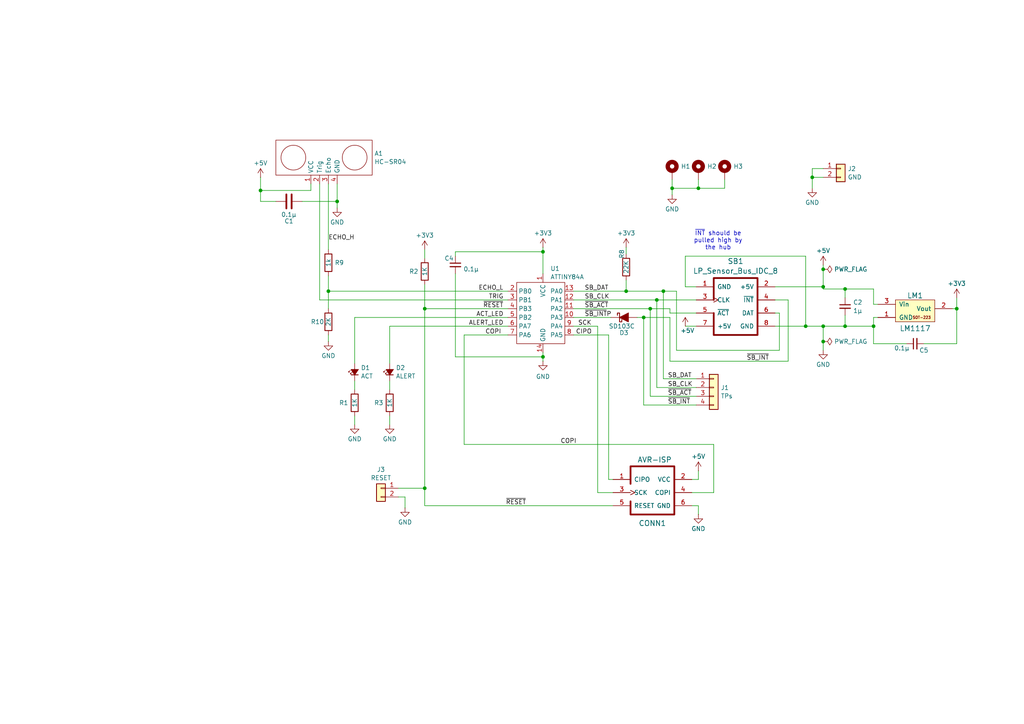
<source format=kicad_sch>
(kicad_sch (version 20250114) (generator "eeschema") (generator_version "9.0")
  (paper "A4")
  (title_block (title "Sensor Bus - HC-SR04 ultrasonic range sensor") (date "2025-08-24") (rev "A1") (company "Machina Speculatrix"))
  (lib_symbols
    (symbol "Connector_Generic:Conn_01x02" (pin_names (offset 1.016) (hide yes))
      (property "Reference" "J" (at 0 2.54 0))
      (property "Value" "Conn_01x02" (at 0 -5.08 0))
      (symbol "Conn_01x02_1_1"
        (rectangle (start -1.27 1.27) (end 1.27 -3.81) (stroke (width 0.254)) (fill (type background)))
        (rectangle (start -1.27 0.127) (end 0 -0.127) (stroke (width 0.1524)))
        (rectangle (start -1.27 -2.413) (end 0 -2.667) (stroke (width 0.1524)))
        (pin passive line (at -5.08 0 0) (length 3.81) (name "Pin_1") (number "1"))
        (pin passive line (at -5.08 -2.54 0) (length 3.81) (name "Pin_2") (number "2"))
      )
    )
    (symbol "Connector_Generic:Conn_01x04" (pin_names (offset 1.016) (hide yes))
      (property "Reference" "J" (at 0 5.08 0))
      (property "Value" "Conn_01x04" (at 0 -7.62 0))
      (symbol "Conn_01x04_1_1"
        (rectangle (start -1.27 3.81) (end 1.27 -6.35) (stroke (width 0.254)) (fill (type background)))
        (rectangle (start -1.27 2.667) (end 0 2.413) (stroke (width 0.1524)))
        (rectangle (start -1.27 0.127) (end 0 -0.127) (stroke (width 0.1524)))
        (rectangle (start -1.27 -2.413) (end 0 -2.667) (stroke (width 0.1524)))
        (rectangle (start -1.27 -4.953) (end 0 -5.207) (stroke (width 0.1524)))
        (pin passive line (at -5.08 2.54 0) (length 3.81) (name "Pin_1") (number "1"))
        (pin passive line (at -5.08 0 0) (length 3.81) (name "Pin_2") (number "2"))
        (pin passive line (at -5.08 -2.54 0) (length 3.81) (name "Pin_3") (number "3"))
        (pin passive line (at -5.08 -5.08 0) (length 3.81) (name "Pin_4") (number "4"))
      )
    )
    (symbol "Device:C" (pin_numbers (hide yes)) (pin_names (offset 0.254))
      (property "Reference" "C" (at 0.635 2.54 0))
      (property "Value" "C" (at 0.635 -2.54 0))
      (symbol "C_0_1"
        (polyline (pts (xy -2.032 0.762) (xy 2.032 0.762)) (stroke (width 0.508)))
        (polyline (pts (xy -2.032 -0.762) (xy 2.032 -0.762)) (stroke (width 0.508)))
      )
      (symbol "C_1_1"
        (pin passive line (at 0 3.81 270) (length 2.794) (name "~") (number "1"))
        (pin passive line (at 0 -3.81 90) (length 2.794) (name "~") (number "2"))
      )
    )
    (symbol "Device:C_Small" (pin_numbers (hide yes)) (pin_names (offset 0.254) (hide yes))
      (property "Reference" "C" (at 0.254 1.778 0))
      (property "Value" "C_Small" (at 0.254 -2.032 0))
      (symbol "C_Small_0_1"
        (polyline (pts (xy -1.524 0.508) (xy 1.524 0.508)) (stroke (width 0.3048)))
        (polyline (pts (xy -1.524 -0.508) (xy 1.524 -0.508)) (stroke (width 0.3302)))
      )
      (symbol "C_Small_1_1"
        (pin passive line (at 0 2.54 270) (length 2.032) (name "~") (number "1"))
        (pin passive line (at 0 -2.54 90) (length 2.032) (name "~") (number "2"))
      )
    )
    (symbol "Device:D_Schottky_Filled" (pin_numbers (hide yes)) (pin_names (offset 1.016) (hide yes))
      (property "Reference" "D" (at 0 2.54 0))
      (property "Value" "D_Schottky_Filled" (at 0 -2.54 0))
      (symbol "D_Schottky_Filled_0_1"
        (polyline (pts (xy -1.905 0.635) (xy -1.905 1.27) (xy -1.27 1.27) (xy -1.27 -1.27) (xy -0.635 -1.27) (xy -0.635 -0.635)) (stroke (width 0.254)))
        (polyline (pts (xy 1.27 1.27) (xy 1.27 -1.27) (xy -1.27 0) (xy 1.27 1.27)) (stroke (width 0.254)) (fill (type outline)))
        (polyline (pts (xy 1.27 0) (xy -1.27 0)))
      )
      (symbol "D_Schottky_Filled_1_1"
        (pin passive line (at -3.81 0 0) (length 2.54) (name "K") (number "1"))
        (pin passive line (at 3.81 0 180) (length 2.54) (name "A") (number "2"))
      )
    )
    (symbol "Device:LED_Small_Filled" (pin_numbers (hide yes)) (pin_names (offset 0.254) (hide yes))
      (property "Reference" "D" (at -1.27 3.175 0))
      (property "Value" "LED_Small_Filled" (at -4.445 -2.54 0))
      (symbol "LED_Small_Filled_0_1"
        (polyline (pts (xy -0.762 -1.016) (xy -0.762 1.016)) (stroke (width 0.254)))
        (polyline (pts (xy 0 0.762) (xy -0.508 1.27) (xy -0.254 1.27) (xy -0.508 1.27) (xy -0.508 1.016)))
        (polyline (pts (xy 0.508 1.27) (xy 0 1.778) (xy 0.254 1.778) (xy 0 1.778) (xy 0 1.524)))
        (polyline (pts (xy 0.762 -1.016) (xy -0.762 0) (xy 0.762 1.016) (xy 0.762 -1.016)) (stroke (width 0.254)) (fill (type outline)))
        (polyline (pts (xy 1.016 0) (xy -0.762 0)))
      )
      (symbol "LED_Small_Filled_1_1"
        (pin passive line (at -2.54 0 0) (length 1.778) (name "K") (number "1"))
        (pin passive line (at 2.54 0 180) (length 1.778) (name "A") (number "2"))
      )
    )
    (symbol "Device:R" (pin_numbers (hide yes)) (pin_names (offset 0))
      (property "Reference" "R" (at 2.032 0 90))
      (property "Value" "R" (at 0 0 90))
      (symbol "R_0_1"
        (rectangle (start -1.016 -2.54) (end 1.016 2.54) (stroke (width 0.254)))
      )
      (symbol "R_1_1"
        (pin passive line (at 0 3.81 270) (length 1.27) (name "~") (number "1"))
        (pin passive line (at 0 -3.81 90) (length 1.27) (name "~") (number "2"))
      )
    )
    (symbol "MS_Conn:AVR-ISP" (pin_names (offset 1.016))
      (property "Reference" "CONN" (at 0 7.62 0))
      (property "Value" "AVR-ISP" (at 0 -8.89 0))
      (symbol "AVR-ISP_0_1"
        (polyline (pts (xy -6.35 1.27) (xy -6.35 6.35) (xy 6.35 6.35) (xy 6.35 -7.62) (xy 0 -7.62) (xy -6.35 -7.62) (xy -6.35 -3.81)) (stroke (width 0.508)))
      )
      (symbol "AVR-ISP_1_1"
        (pin bidirectional line (at -11.43 2.54 0) (length 5.08) (name "CIPO") (number "1"))
        (pin bidirectional clock (at -11.43 -1.27 0) (length 5.08) (name "SCK") (number "3"))
        (pin passive line (at -11.43 -5.08 0) (length 5.08) (name "RESET") (number "5"))
        (pin power_in line (at 11.43 2.54 180) (length 5.08) (name "VCC") (number "2"))
        (pin bidirectional line (at 11.43 -1.27 180) (length 5.08) (name "COPI") (number "4"))
        (pin power_in line (at 11.43 -5.08 180) (length 5.08) (name "GND") (number "6"))
      )
    )
    (symbol "MS_Conn:LP_Sensor_Bus_IDC_8" (pin_names (offset 1.016))
      (property "Reference" "SB" (at 0 7.62 0))
      (property "Value" "LP_Sensor_Bus_IDC_8" (at 0 -14.224 0))
      (symbol "LP_Sensor_Bus_IDC_8_0_1"
        (polyline (pts (xy -6.35 -1.27) (xy -6.35 5.08) (xy 6.35 5.08) (xy 6.35 -11.43) (xy 0 -11.43) (xy -6.35 -11.43) (xy -6.35 -5.08)) (stroke (width 0.508)))
      )
      (symbol "LP_Sensor_Bus_IDC_8_1_1"
        (pin power_in line (at -11.43 2.54 0) (length 5.08) (name "GND") (number "1"))
        (pin bidirectional clock (at -11.43 -1.27 0) (length 5.08) (name "CLK") (number "3"))
        (pin passive line (at -11.43 -5.08 0) (length 5.08) (name "~{ACT}") (number "5"))
        (pin power_in line (at -11.43 -8.89 0) (length 5.08) (name "+5V") (number "7"))
        (pin power_in line (at 11.43 2.54 180) (length 5.08) (name "+5V") (number "2"))
        (pin passive line (at 11.43 -1.27 180) (length 5.08) (name "~{INT}") (number "4"))
        (pin bidirectional line (at 11.43 -5.08 180) (length 5.08) (name "DAT") (number "6"))
        (pin power_in line (at 11.43 -8.89 180) (length 5.08) (name "GND") (number "8"))
      )
    )
    (symbol "MS_Microcontrollers:ATTINY84A"
      (property "Reference" "U" (at -5.08 10.922 0))
      (property "Value" "ATTINY84A" (at -6.35 -10.922 0))
      (symbol "ATTINY84A_0_1"
        (rectangle (start -6.35 8.89) (end 7.62 -8.89))
      )
      (symbol "ATTINY84A_1_1"
        (pin bidirectional line (at -8.89 6.35 0) (length 2.54) (name "PB0") (number "2"))
        (pin bidirectional line (at -8.89 3.81 0) (length 2.54) (name "PB1") (number "3"))
        (pin bidirectional line (at -8.89 1.27 0) (length 2.54) (name "PB3") (number "4"))
        (pin bidirectional line (at -8.89 -1.27 0) (length 2.54) (name "PB2") (number "5"))
        (pin bidirectional line (at -8.89 -3.81 0) (length 2.54) (name "PA7") (number "6"))
        (pin bidirectional line (at -8.89 -6.35 0) (length 2.54) (name "PA6") (number "7"))
        (pin power_in line (at 1.27 11.43 270) (length 2.54) (name "VCC") (number "1"))
        (pin power_in line (at 1.27 -11.43 90) (length 2.54) (name "GND") (number "14"))
        (pin bidirectional line (at 10.16 6.35 180) (length 2.54) (name "PA0") (number "13"))
        (pin bidirectional line (at 10.16 3.81 180) (length 2.54) (name "PA1") (number "12"))
        (pin bidirectional line (at 10.16 1.27 180) (length 2.54) (name "PA2") (number "11"))
        (pin bidirectional line (at 10.16 -1.27 180) (length 2.54) (name "PA3") (number "10"))
        (pin bidirectional line (at 10.16 -3.81 180) (length 2.54) (name "PA4") (number "9"))
        (pin bidirectional line (at 10.16 -6.35 180) (length 2.54) (name "PA5") (number "8"))
      )
    )
    (symbol "MS_Misc:HC-SR04"
      (property "Reference" "A" (at 0 14.478 0))
      (property "Value" "HC-SR04" (at -0.508 10.16 0))
      (symbol "HC-SR04_0_1"
        (rectangle (start -13.97 12.7) (end 13.97 2.54))
        (circle (center -8.89 7.62) (radius 3.5921))
        (circle (center 8.89 7.62) (radius 3.5921))
      )
      (symbol "HC-SR04_1_1"
        (pin power_in line (at -3.81 0 90) (length 2.54) (name "VCC") (number "1"))
        (pin input line (at -1.27 0 90) (length 2.54) (name "Trig") (number "2"))
        (pin output line (at 1.27 0 90) (length 2.54) (name "Echo") (number "3"))
        (pin power_in line (at 3.81 0 90) (length 2.54) (name "GND") (number "4"))
      )
    )
    (symbol "MS_Power:LM1117" (pin_names (offset 1.016))
      (property "Reference" "LM" (at -1.27 7.62 0))
      (property "Value" "LM1117" (at -1.27 -1.27 0))
      (property "Footprint" "Package_TO_SOT_SMD:SOT-223-3_TabPin2" (at 0 0 0))
      (symbol "LM1117_0_0"
        (text "SOT-223" (at 0 1.27 0) (effects (font (size 0.762 0.762))))
      )
      (symbol "LM1117_0_1"
        (rectangle (start -7.62 6.35) (end 3.81 0) (fill (type background)))
      )
      (symbol "LM1117_1_1"
        (pin power_in line (at -12.7 5.08 0) (length 5.08) (name "Vin") (number "3"))
        (pin power_in line (at -12.7 1.27 0) (length 5.08) (name "GND") (number "1"))
        (pin power_out line (at 8.89 3.81 180) (length 5.08) (name "Vout") (number "2"))
      )
    )
    (symbol "Mechanical:MountingHole_Pad" (pin_numbers (hide yes)) (pin_names (offset 1.016) (hide yes)) (in_bom no)
      (property "Reference" "H" (at 0 6.35 0))
      (property "Value" "MountingHole_Pad" (at 0 4.445 0))
      (symbol "MountingHole_Pad_0_1"
        (circle (center 0 1.27) (radius 1.27) (stroke (width 1.27)))
      )
      (symbol "MountingHole_Pad_1_1"
        (pin input line (at 0 -2.54 90) (length 2.54) (name "1") (number "1"))
      )
    )
    (symbol "power:+3V3" (power) (pin_numbers (hide yes)) (pin_names (offset 0) (hide yes))
      (property "Value" "+3V3" (at 0 3.556 0))
      (symbol "+3V3_0_1"
        (polyline (pts (xy -0.762 1.27) (xy 0 2.54)))
        (polyline (pts (xy 0 2.54) (xy 0.762 1.27)))
        (polyline (pts (xy 0 0) (xy 0 2.54)))
      )
      (symbol "+3V3_1_1"
        (pin power_in line (at 0 0 90) (length 0) (name "~") (number "1"))
      )
    )
    (symbol "power:GND" (power) (pin_numbers (hide yes)) (pin_names (offset 0) (hide yes))
      (property "Value" "GND" (at 0 -3.81 0))
      (symbol "GND_0_1"
        (polyline (pts (xy 0 0) (xy 0 -1.27) (xy 1.27 -1.27) (xy 0 -2.54) (xy -1.27 -1.27) (xy 0 -1.27)))
      )
      (symbol "GND_1_1"
        (pin power_in line (at 0 0 270) (length 0) (name "~") (number "1"))
      )
    )
    (symbol "power:PWR_FLAG" (power) (pin_numbers (hide yes)) (pin_names (offset 0) (hide yes))
      (property "Value" "PWR_FLAG" (at 0 3.81 0))
      (symbol "PWR_FLAG_0_0"
        (pin power_out line (at 0 0 90) (length 0) (name "~") (number "1"))
      )
      (symbol "PWR_FLAG_0_1"
        (polyline (pts (xy 0 0) (xy 0 1.27) (xy -1.016 1.905) (xy 0 2.54) (xy 1.016 1.905) (xy 0 1.27)))
      )
    )
  )
  (text "~{INT} should be\npulled high by\nthe hub" (at 208.28 69.85 0) (effects (font (size 1.27 1.27))))
  (junction (at 97.79 58.42))
  (junction (at 235.585 51.435))
  (junction (at 253.365 94.615))
  (junction (at 233.68 94.615))
  (junction (at 123.19 141.605))
  (junction (at 245.11 83.82))
  (junction (at 277.495 89.535))
  (junction (at 238.76 94.615))
  (junction (at 181.61 84.455))
  (junction (at 188.595 89.535))
  (junction (at 194.945 54.61))
  (junction (at 238.76 83.185))
  (junction (at 238.76 99.06))
  (junction (at 95.25 84.455))
  (junction (at 190.5 86.995))
  (junction (at 245.11 94.615))
  (junction (at 186.69 92.075))
  (junction (at 202.565 54.61))
  (junction (at 157.48 103.505))
  (junction (at 75.565 55.245))
  (junction (at 123.19 89.535))
  (junction (at 157.48 73.025))
  (junction (at 192.405 84.455))
  (junction (at 238.76 78.105))
  (wire (pts (xy 166.37 86.995) (xy 190.5 86.995)))
  (wire (pts (xy 194.945 54.61) (xy 194.945 56.515)))
  (wire (pts (xy 166.37 89.535) (xy 188.595 89.535)))
  (wire (pts (xy 194.31 104.775) (xy 194.31 92.075)))
  (wire (pts (xy 75.565 58.42) (xy 75.565 55.245)))
  (wire (pts (xy 253.365 92.075) (xy 253.365 94.615)))
  (wire (pts (xy 173.355 94.615) (xy 173.355 142.875)))
  (wire (pts (xy 224.79 94.615) (xy 233.68 94.615)))
  (wire (pts (xy 132.08 103.505) (xy 157.48 103.505)))
  (wire (pts (xy 97.79 53.34) (xy 97.79 58.42)))
  (wire (pts (xy 115.57 141.605) (xy 123.19 141.605)))
  (wire (pts (xy 238.76 78.105) (xy 238.76 83.185)))
  (wire (pts (xy 224.79 86.995) (xy 228.6 86.995)))
  (wire (pts (xy 224.79 90.805) (xy 226.06 90.805)))
  (wire (pts (xy 147.32 94.615) (xy 113.03 94.615)))
  (wire (pts (xy 186.69 117.475) (xy 201.93 117.475)))
  (wire (pts (xy 233.68 94.615) (xy 238.76 94.615)))
  (wire (pts (xy 113.03 110.49) (xy 113.03 113.03)))
  (wire (pts (xy 123.19 72.39) (xy 123.19 74.93)))
  (wire (pts (xy 245.11 91.44) (xy 245.11 94.615)))
  (wire (pts (xy 181.61 84.455) (xy 192.405 84.455)))
  (wire (pts (xy 123.19 89.535) (xy 123.19 141.605)))
  (wire (pts (xy 228.6 86.995) (xy 228.6 104.775)))
  (wire (pts (xy 198.755 74.295) (xy 233.68 74.295)))
  (wire (pts (xy 166.37 94.615) (xy 173.355 94.615)))
  (wire (pts (xy 113.03 94.615) (xy 113.03 105.41)))
  (wire (pts (xy 117.475 144.145) (xy 117.475 147.32)))
  (wire (pts (xy 192.405 109.855) (xy 192.405 84.455)))
  (wire (pts (xy 194.31 90.805) (xy 194.31 89.535)))
  (wire (pts (xy 238.76 94.615) (xy 245.11 94.615)))
  (wire (pts (xy 202.565 139.065) (xy 202.565 136.525)))
  (wire (pts (xy 102.87 92.075) (xy 102.87 105.41)))
  (wire (pts (xy 157.48 71.755) (xy 157.48 73.025)))
  (wire (pts (xy 228.6 104.775) (xy 194.31 104.775)))
  (wire (pts (xy 277.495 99.695) (xy 277.495 89.535)))
  (wire (pts (xy 238.76 78.105) (xy 238.76 76.835)))
  (wire (pts (xy 201.93 109.855) (xy 192.405 109.855)))
  (wire (pts (xy 202.565 52.07) (xy 202.565 54.61)))
  (wire (pts (xy 210.185 52.07) (xy 210.185 54.61)))
  (wire (pts (xy 132.08 74.295) (xy 132.08 73.025)))
  (wire (pts (xy 235.585 51.435) (xy 238.76 51.435)))
  (wire (pts (xy 245.11 83.82) (xy 245.11 86.36)))
  (wire (pts (xy 123.19 89.535) (xy 147.32 89.535)))
  (wire (pts (xy 95.25 53.34) (xy 95.25 72.39)))
  (wire (pts (xy 226.06 90.805) (xy 226.06 101.6)))
  (wire (pts (xy 181.61 71.755) (xy 181.61 73.66)))
  (wire (pts (xy 134.62 97.155) (xy 147.32 97.155)))
  (wire (pts (xy 253.365 94.615) (xy 253.365 99.695)))
  (wire (pts (xy 254.635 92.075) (xy 253.365 92.075)))
  (wire (pts (xy 235.585 48.895) (xy 235.585 51.435)))
  (wire (pts (xy 166.37 84.455) (xy 181.61 84.455)))
  (wire (pts (xy 190.5 86.995) (xy 201.93 86.995)))
  (wire (pts (xy 202.565 146.685) (xy 202.565 149.225)))
  (wire (pts (xy 102.87 110.49) (xy 102.87 113.03)))
  (wire (pts (xy 75.565 55.245) (xy 90.17 55.245)))
  (wire (pts (xy 176.53 139.065) (xy 177.8 139.065)))
  (wire (pts (xy 75.565 51.435) (xy 75.565 55.245)))
  (wire (pts (xy 226.06 101.6) (xy 196.215 101.6)))
  (wire (pts (xy 238.76 83.185) (xy 238.76 83.82)))
  (wire (pts (xy 245.11 83.82) (xy 253.365 83.82)))
  (wire (pts (xy 202.565 54.61) (xy 194.945 54.61)))
  (wire (pts (xy 123.19 146.685) (xy 177.8 146.685)))
  (wire (pts (xy 253.365 88.265) (xy 253.365 83.82)))
  (wire (pts (xy 194.31 89.535) (xy 188.595 89.535)))
  (wire (pts (xy 95.25 84.455) (xy 95.25 89.535)))
  (wire (pts (xy 166.37 97.155) (xy 176.53 97.155)))
  (wire (pts (xy 198.755 94.615) (xy 201.93 94.615)))
  (wire (pts (xy 95.25 80.01) (xy 95.25 84.455)))
  (wire (pts (xy 207.01 142.875) (xy 200.66 142.875)))
  (wire (pts (xy 102.87 120.65) (xy 102.87 123.19)))
  (wire (pts (xy 200.66 146.685) (xy 202.565 146.685)))
  (wire (pts (xy 277.495 89.535) (xy 277.495 86.36)))
  (wire (pts (xy 267.97 99.695) (xy 277.495 99.695)))
  (wire (pts (xy 95.25 97.155) (xy 95.25 99.06)))
  (wire (pts (xy 188.595 89.535) (xy 188.595 114.935)))
  (wire (pts (xy 176.53 97.155) (xy 176.53 139.065)))
  (wire (pts (xy 192.405 84.455) (xy 196.215 84.455)))
  (wire (pts (xy 80.01 58.42) (xy 75.565 58.42)))
  (wire (pts (xy 200.66 139.065) (xy 202.565 139.065)))
  (wire (pts (xy 87.63 58.42) (xy 97.79 58.42)))
  (wire (pts (xy 157.48 73.025) (xy 157.48 79.375)))
  (wire (pts (xy 186.69 92.075) (xy 186.69 117.475)))
  (wire (pts (xy 166.37 92.075) (xy 177.165 92.075)))
  (wire (pts (xy 254.635 88.265) (xy 253.365 88.265)))
  (wire (pts (xy 235.585 51.435) (xy 235.585 54.61)))
  (wire (pts (xy 238.76 94.615) (xy 238.76 99.06)))
  (wire (pts (xy 95.25 84.455) (xy 147.32 84.455)))
  (wire (pts (xy 245.11 94.615) (xy 253.365 94.615)))
  (wire (pts (xy 132.08 79.375) (xy 132.08 103.505)))
  (wire (pts (xy 262.89 99.695) (xy 253.365 99.695)))
  (wire (pts (xy 194.31 92.075) (xy 186.69 92.075)))
  (wire (pts (xy 196.215 101.6) (xy 196.215 84.455)))
  (wire (pts (xy 123.19 141.605) (xy 123.19 146.685)))
  (wire (pts (xy 198.755 83.185) (xy 198.755 74.295)))
  (wire (pts (xy 184.785 92.075) (xy 186.69 92.075)))
  (wire (pts (xy 233.68 74.295) (xy 233.68 94.615)))
  (wire (pts (xy 113.03 120.65) (xy 113.03 123.19)))
  (wire (pts (xy 190.5 86.995) (xy 190.5 112.395)))
  (wire (pts (xy 115.57 144.145) (xy 117.475 144.145)))
  (wire (pts (xy 157.48 102.235) (xy 157.48 103.505)))
  (wire (pts (xy 188.595 114.935) (xy 201.93 114.935)))
  (wire (pts (xy 201.93 83.185) (xy 198.755 83.185)))
  (wire (pts (xy 238.76 99.06) (xy 238.76 101.6)))
  (wire (pts (xy 190.5 112.395) (xy 201.93 112.395)))
  (wire (pts (xy 132.08 73.025) (xy 157.48 73.025)))
  (wire (pts (xy 207.01 128.905) (xy 207.01 142.875)))
  (wire (pts (xy 97.79 58.42) (xy 97.79 60.325)))
  (wire (pts (xy 181.61 81.28) (xy 181.61 84.455)))
  (wire (pts (xy 92.71 53.34) (xy 92.71 86.995)))
  (wire (pts (xy 238.76 83.82) (xy 245.11 83.82)))
  (wire (pts (xy 123.19 82.55) (xy 123.19 89.535)))
  (wire (pts (xy 238.76 48.895) (xy 235.585 48.895)))
  (wire (pts (xy 92.71 86.995) (xy 147.32 86.995)))
  (wire (pts (xy 276.225 89.535) (xy 277.495 89.535)))
  (wire (pts (xy 224.79 83.185) (xy 238.76 83.185)))
  (wire (pts (xy 134.62 128.905) (xy 207.01 128.905)))
  (wire (pts (xy 201.93 90.805) (xy 194.31 90.805)))
  (wire (pts (xy 210.185 54.61) (xy 202.565 54.61)))
  (wire (pts (xy 134.62 97.155) (xy 134.62 128.905)))
  (wire (pts (xy 102.87 92.075) (xy 147.32 92.075)))
  (wire (pts (xy 194.945 52.07) (xy 194.945 54.61)))
  (wire (pts (xy 157.48 103.505) (xy 157.48 104.775)))
  (wire (pts (xy 90.17 55.245) (xy 90.17 53.34)))
  (wire (pts (xy 177.8 142.875) (xy 173.355 142.875)))
  (label "~{SB_INT}" (at 193.675 117.475 0))
  (label "ACT_LED" (at 146.05 92.075 180))
  (label "SB_CLK" (at 193.675 112.395 0))
  (label "SCK" (at 167.64 94.615 0))
  (label "SB_DAT" (at 169.545 84.455 0))
  (label "CIPO" (at 167.005 97.155 0))
  (label "SB_CLK" (at 169.545 86.995 0))
  (label "~{SB_ACT}" (at 193.675 114.935 0))
  (label "~{RESET}" (at 146.685 146.685 0))
  (label "COPI" (at 145.415 97.155 180))
  (label "ECHO_H" (at 95.25 69.85 0))
  (label "~{SB_INT}" (at 216.535 104.775 0))
  (label "TRIG" (at 146.05 86.995 180))
  (label "SB_DAT" (at 193.675 109.855 0))
  (label "~{RESET}" (at 146.05 89.535 180))
  (label "ALERT_LED" (at 146.05 94.615 180))
  (label "ECHO_L" (at 146.05 84.455 180))
  (label "~{SB_ACT}" (at 169.545 89.535 0))
  (label "~{SB_INT}P" (at 169.545 92.075 0))
  (label "COPI" (at 162.56 128.905 0))
  (symbol (lib_id "power:GND") (at 95.25 99.06 0) (unit 1)
    (property "Reference" "#PWR07" (effects (hide yes)))
    (property "Value" "GND" (at 95.25 103.1931 0))
    (property "Description" "Power symbol creates a global label with name \"GND\" , ground" (effects (hide yes)))
  )
  (symbol (lib_id "power:GND") (at 157.48 104.775 0) (unit 1)
    (property "Reference" "#PWR02" (effects (hide yes)))
    (property "Value" "GND" (at 157.48 109.22 0))
    (property "Description" "Power symbol creates a global label with name \"GND\" , ground" (effects (hide yes)))
  )
  (symbol (lib_id "MS_Conn:LP_Sensor_Bus_IDC_8") (at 213.36 85.725 0) (unit 1)
    (property "Reference" "SB1" (at 213.36 75.7606 0) (effects (font (size 1.524 1.524))))
    (property "Value" "LP_Sensor_Bus_IDC_8" (at 213.36 78.5935 0) (effects (font (size 1.524 1.524))))
    (property "Footprint" "MS_Connectors:SensorBus_2x04_P2.54mm_Vertical" (effects (hide yes)))
    (property "Description" "Lares Primus Sensor Bus 6-pin IDE header" (effects (hide yes)))
  )
  (symbol (lib_id "power:GND") (at 102.87 123.19 0) (unit 1)
    (property "Reference" "#PWR012" (effects (hide yes)))
    (property "Value" "GND" (at 102.87 127.3231 0))
    (property "Description" "Power symbol creates a global label with name \"GND\" , ground" (effects (hide yes)))
  )
  (symbol (lib_id "power:GND") (at 238.76 101.6 0) (unit 1)
    (property "Reference" "#PWR01" (effects (hide yes)))
    (property "Value" "GND" (at 238.76 105.7331 0))
    (property "Description" "Power symbol creates a global label with name \"GND\" , ground" (effects (hide yes)))
  )
  (symbol (lib_id "power:+3V3") (at 202.565 136.525 0) (unit 1)
    (property "Reference" "#PWR014" (effects (hide yes)))
    (property "Value" "+5V" (at 202.565 132.3919 0))
    (property "Description" "Power symbol creates a global label with name \"+3V3\"" (effects (hide yes)))
  )
  (symbol (lib_id "MS_Microcontrollers:ATTINY84A") (at 156.21 90.805 0) (unit 1)
    (property "Reference" "U1" (at 159.6233 77.8975 0) (effects (justify left)))
    (property "Value" "ATTINY84A" (at 159.6233 80.3218 0) (effects (justify left)))
    (property "Footprint" "Package_SO:SOIC-14_3.9x8.7mm_P1.27mm" (effects (hide yes)))
  )
  (symbol (lib_id "power:PWR_FLAG") (at 238.76 99.06 270) (unit 1)
    (property "Reference" "#FLG03" (effects (hide yes)))
    (property "Value" "PWR_FLAG" (at 241.935 99.06 90) (effects (justify left)))
    (property "Description" "Special symbol for telling ERC where power comes from" (effects (hide yes)))
  )
  (symbol (lib_id "Connector_Generic:Conn_01x02") (at 110.49 141.605 0) (mirror y) (unit 1)
    (property "Reference" "J3" (at 110.49 136.1905 0))
    (property "Value" "RESET" (at 110.49 138.6148 0))
    (property "Footprint" "Connector_PinHeader_2.54mm:PinHeader_1x02_P2.54mm_Vertical" (effects (hide yes)))
    (property "Description" "Generic connector, single row, 01x02, script generated (kicad-library-utils/schlib/autogen/connector/)" (effects (hide yes)))
  )
  (symbol (lib_id "Device:R") (at 123.19 78.74 180) (unit 1)
    (property "Reference" "R2" (at 120.015 78.74 0))
    (property "Value" "1K" (at 123.19 78.74 90))
    (property "Footprint" "MS_Favourites:Resistor_SMD_1206_HandSolder" (effects (hide yes)))
    (property "Description" "Resistor" (effects (hide yes)))
  )
  (symbol (lib_id "Device:C_Small") (at 132.08 76.835 0) (unit 1)
    (property "Reference" "C4" (at 128.905 74.93 0) (effects (justify left)))
    (property "Value" "0.1µ" (at 134.4041 78.0534 0) (effects (justify left)))
    (property "Footprint" "Capacitor_SMD:C_1206_3216Metric_Pad1.33x1.80mm_HandSolder" (effects (hide yes)))
    (property "Description" "Unpolarized capacitor, small symbol" (effects (hide yes)))
  )
  (symbol (lib_id "Device:R") (at 113.03 116.84 180) (unit 1)
    (property "Reference" "R3" (at 109.855 116.84 0))
    (property "Value" "1K" (at 113.03 116.84 90))
    (property "Footprint" "MS_Favourites:Resistor_SMD_1206_HandSolder" (effects (hide yes)))
    (property "Description" "Resistor" (effects (hide yes)))
  )
  (symbol (lib_id "power:GND") (at 117.475 147.32 0) (unit 1)
    (property "Reference" "#PWR017" (effects (hide yes)))
    (property "Value" "GND" (at 117.475 151.4531 0))
    (property "Description" "Power symbol creates a global label with name \"GND\" , ground" (effects (hide yes)))
  )
  (symbol (lib_id "Mechanical:MountingHole_Pad") (at 210.185 49.53 0) (unit 1) (in_bom no)
    (property "Reference" "H3" (at 212.725 48.26 0) (effects (justify left)))
    (property "Value" "MountingHole_Pad" (effects (hide yes)))
    (property "Footprint" "MS_Favourites:MountingHole_M3_Pad" (effects (hide yes)))
    (property "Description" "Mounting Hole with connection" (effects (hide yes)))
  )
  (symbol (lib_id "power:+3V3") (at 75.565 51.435 0) (unit 1)
    (property "Reference" "#PWR08" (effects (hide yes)))
    (property "Value" "+5V" (at 75.565 47.3019 0))
    (property "Description" "Power symbol creates a global label with name \"+3V3\"" (effects (hide yes)))
  )
  (symbol (lib_id "power:GND") (at 235.585 54.61 0) (unit 1)
    (property "Reference" "#PWR09" (effects (hide yes)))
    (property "Value" "GND" (at 235.585 58.7431 0))
    (property "Description" "Power symbol creates a global label with name \"GND\" , ground" (effects (hide yes)))
  )
  (symbol (lib_id "Connector_Generic:Conn_01x02") (at 243.84 48.895 0) (unit 1)
    (property "Reference" "J2" (at 245.872 48.9528 0) (effects (justify left)))
    (property "Value" "GND" (at 245.872 51.3771 0) (effects (justify left)))
    (property "Footprint" "Connector_PinHeader_2.54mm:PinHeader_1x02_P2.54mm_Vertical" (effects (hide yes)))
    (property "Description" "Generic connector, single row, 01x02, script generated (kicad-library-utils/schlib/autogen/connector/)" (effects (hide yes)))
  )
  (symbol (lib_id "Device:LED_Small_Filled") (at 102.87 107.95 90) (unit 1)
    (property "Reference" "D1" (at 104.648 106.6743 90) (effects (justify right)))
    (property "Value" "ACT" (at 104.648 109.0986 90) (effects (justify right)))
    (property "Footprint" "MS_Favourites:LED_1206_SMD" (effects (hide yes)))
    (property "Description" "Light emitting diode, small symbol, filled shape" (effects (hide yes)))
    (property "Sim.Pins" "1=K 2=A" (effects (hide yes)))
  )
  (symbol (lib_id "power:+3V3") (at 238.76 76.835 0) (unit 1)
    (property "Reference" "#PWR016" (effects (hide yes)))
    (property "Value" "+5V" (at 238.76 72.7019 0))
    (property "Description" "Power symbol creates a global label with name \"+3V3\"" (effects (hide yes)))
  )
  (symbol (lib_id "Mechanical:MountingHole_Pad") (at 202.565 49.53 0) (unit 1) (in_bom no)
    (property "Reference" "H2" (at 205.105 48.26 0) (effects (justify left)))
    (property "Value" "MountingHole_Pad" (effects (hide yes)))
    (property "Footprint" "MS_Favourites:MountingHole_M3_Pad" (effects (hide yes)))
    (property "Description" "Mounting Hole with connection" (effects (hide yes)))
  )
  (symbol (lib_id "Mechanical:MountingHole_Pad") (at 194.945 49.53 0) (unit 1) (in_bom no)
    (property "Reference" "H1" (at 197.485 48.26 0) (effects (justify left)))
    (property "Value" "MountingHole_Pad" (effects (hide yes)))
    (property "Footprint" "MS_Favourites:MountingHole_M3_Pad" (effects (hide yes)))
    (property "Description" "Mounting Hole with connection" (effects (hide yes)))
  )
  (symbol (lib_id "power:GND") (at 194.945 56.515 0) (unit 1)
    (property "Reference" "#PWR05" (effects (hide yes)))
    (property "Value" "GND" (at 194.945 60.6481 0))
    (property "Description" "Power symbol creates a global label with name \"GND\" , ground" (effects (hide yes)))
  )
  (symbol (lib_id "MS_Power:LM1117") (at 267.335 93.345 0) (unit 1)
    (property "Reference" "LM1" (at 265.43 85.725 0) (effects (font (size 1.524 1.524))))
    (property "Value" "LM1117" (at 265.43 95.25 0) (effects (font (size 1.524 1.524))))
    (property "Footprint" "Package_TO_SOT_SMD:SOT-223-3_TabPin2" (effects (hide yes)))
    (property "Description" "3V3 1A voltage regulator" (effects (hide yes)))
  )
  (symbol (lib_id "Device:R") (at 95.25 76.2 180) (unit 1)
    (property "Reference" "R9" (at 98.425 76.2 0))
    (property "Value" "1k" (at 95.25 76.2 90))
    (property "Footprint" "MS_Favourites:Resistor_SMD_1206_HandSolder" (effects (hide yes)))
    (property "Description" "Resistor" (effects (hide yes)))
  )
  (symbol (lib_id "MS_Conn:AVR-ISP") (at 189.23 141.605 0) (unit 1)
    (property "Reference" "CONN1" (at 189.23 151.765 0) (effects (font (size 1.524 1.524))))
    (property "Value" "AVR-ISP" (at 189.865 133.35 0) (effects (font (size 1.524 1.524))))
    (property "Footprint" "MS_Connectors:AVR_ISP_HE10_2x3" (effects (hide yes)))
    (property "Description" "AVR ISP header 2x3 HE-10" (effects (hide yes)))
  )
  (symbol (lib_id "MS_Misc:HC-SR04") (at 93.98 53.34 0) (unit 1)
    (property "Reference" "A1" (at 108.585 44.5078 0) (effects (justify left)))
    (property "Value" "HC-SR04" (at 108.585 46.9321 0) (effects (justify left)))
    (property "Footprint" "MS_General:HC-SR04" (effects (hide yes)))
  )
  (symbol (lib_id "power:+3V3") (at 181.61 71.755 0) (unit 1)
    (property "Reference" "#PWR04" (effects (hide yes)))
    (property "Value" "+3V3" (at 181.61 67.6219 0))
    (property "Description" "Power symbol creates a global label with name \"+3V3\"" (effects (hide yes)))
  )
  (symbol (lib_id "Device:C_Small") (at 245.11 88.9 0) (unit 1)
    (property "Reference" "C2" (at 247.4341 87.6941 0) (effects (justify left)))
    (property "Value" "1µ" (at 247.4341 90.1184 0) (effects (justify left)))
    (property "Footprint" "Capacitor_SMD:C_1206_3216Metric_Pad1.33x1.80mm_HandSolder" (effects (hide yes)))
    (property "Description" "Unpolarized capacitor, small symbol" (effects (hide yes)))
  )
  (symbol (lib_id "Connector_Generic:Conn_01x04") (at 207.01 112.395 0) (unit 1)
    (property "Reference" "J1" (at 209.042 112.4528 0) (effects (justify left)))
    (property "Value" "TPs" (at 209.042 114.8771 0) (effects (justify left)))
    (property "Footprint" "Connector_PinHeader_2.54mm:PinHeader_1x04_P2.54mm_Vertical" (effects (hide yes)))
    (property "Description" "Generic connector, single row, 01x04, script generated (kicad-library-utils/schlib/autogen/connector/)" (effects (hide yes)))
  )
  (symbol (lib_id "Device:R") (at 181.61 77.47 180) (unit 1)
    (property "Reference" "R8" (at 180.34 73.66 90))
    (property "Value" "22K" (at 181.61 77.47 90))
    (property "Footprint" "MS_Favourites:Resistor_SMD_1206_HandSolder" (effects (hide yes)))
    (property "Description" "Resistor" (effects (hide yes)))
  )
  (symbol (lib_id "Device:C_Small") (at 265.43 99.695 90) (unit 1)
    (property "Reference" "C5" (at 267.97 101.6 90))
    (property "Value" "0.1µ" (at 261.62 100.965 90))
    (property "Footprint" "Capacitor_SMD:C_1206_3216Metric_Pad1.33x1.80mm_HandSolder" (effects (hide yes)))
    (property "Description" "Unpolarized capacitor, small symbol" (effects (hide yes)))
  )
  (symbol (lib_id "Device:R") (at 102.87 116.84 180) (unit 1)
    (property "Reference" "R1" (at 99.695 116.84 0))
    (property "Value" "1K" (at 102.87 116.84 90))
    (property "Footprint" "MS_Favourites:Resistor_SMD_1206_HandSolder" (effects (hide yes)))
    (property "Description" "Resistor" (effects (hide yes)))
  )
  (symbol (lib_id "Device:D_Schottky_Filled") (at 180.975 92.075 0) (unit 1)
    (property "Reference" "D3" (at 180.975 96.52 0))
    (property "Value" "SD103C" (at 180.34 94.615 0))
    (property "Footprint" "Diode_SMD:D_SOD-323F" (effects (hide yes)))
    (property "Description" "Schottky diode, filled shape" (effects (hide yes)))
  )
  (symbol (lib_id "power:+3V3") (at 123.19 72.39 0) (unit 1)
    (property "Reference" "#PWR015" (effects (hide yes)))
    (property "Value" "+3V3" (at 123.19 68.2569 0))
    (property "Description" "Power symbol creates a global label with name \"+3V3\"" (effects (hide yes)))
  )
  (symbol (lib_id "power:GND") (at 113.03 123.19 0) (unit 1)
    (property "Reference" "#PWR010" (effects (hide yes)))
    (property "Value" "GND" (at 113.03 127.3231 0))
    (property "Description" "Power symbol creates a global label with name \"GND\" , ground" (effects (hide yes)))
  )
  (symbol (lib_id "power:GND") (at 202.565 149.225 0) (unit 1)
    (property "Reference" "#PWR013" (effects (hide yes)))
    (property "Value" "GND" (at 202.565 153.3581 0))
    (property "Description" "Power symbol creates a global label with name \"GND\" , ground" (effects (hide yes)))
  )
  (symbol (lib_id "power:+3V3") (at 157.48 71.755 0) (unit 1)
    (property "Reference" "#PWR03" (effects (hide yes)))
    (property "Value" "+3V3" (at 157.48 67.6219 0))
    (property "Description" "Power symbol creates a global label with name \"+3V3\"" (effects (hide yes)))
  )
  (symbol (lib_id "Device:LED_Small_Filled") (at 113.03 107.95 90) (unit 1)
    (property "Reference" "D2" (at 114.808 106.6743 90) (effects (justify right)))
    (property "Value" "ALERT" (at 114.808 109.0986 90) (effects (justify right)))
    (property "Footprint" "MS_Favourites:LED_1206_SMD" (effects (hide yes)))
    (property "Description" "Light emitting diode, small symbol, filled shape" (effects (hide yes)))
    (property "Sim.Pins" "1=K 2=A" (effects (hide yes)))
  )
  (symbol (lib_id "power:+3V3") (at 277.495 86.36 0) (unit 1)
    (property "Reference" "#PWR011" (effects (hide yes)))
    (property "Value" "+3V3" (at 277.495 82.2269 0))
    (property "Description" "Power symbol creates a global label with name \"+3V3\"" (effects (hide yes)))
  )
  (symbol (lib_id "Device:C") (at 83.82 58.42 90) (unit 1)
    (property "Reference" "C1" (at 83.82 64.135 90))
    (property "Value" "0.1µ" (at 83.82 62.23 90))
    (property "Footprint" "Capacitor_SMD:C_1206_3216Metric_Pad1.33x1.80mm_HandSolder" (effects (hide yes)))
    (property "Description" "Unpolarized capacitor" (effects (hide yes)))
  )
  (symbol (lib_id "power:GND") (at 97.79 60.325 0) (unit 1)
    (property "Reference" "#PWR06" (effects (hide yes)))
    (property "Value" "GND" (at 97.79 64.4581 0))
    (property "Description" "Power symbol creates a global label with name \"GND\" , ground" (effects (hide yes)))
  )
  (symbol (lib_id "power:+3V3") (at 198.755 94.615 0) (unit 1)
    (property "Reference" "#PWR018" (effects (hide yes)))
    (property "Value" "+5V" (at 199.39 95.885 0))
    (property "Description" "Power symbol creates a global label with name \"+3V3\"" (effects (hide yes)))
  )
  (symbol (lib_id "power:PWR_FLAG") (at 238.76 78.105 270) (unit 1)
    (property "Reference" "#FLG04" (effects (hide yes)))
    (property "Value" "PWR_FLAG" (at 241.935 78.105 90) (effects (justify left)))
    (property "Description" "Special symbol for telling ERC where power comes from" (effects (hide yes)))
  )
  (symbol (lib_id "Device:R") (at 95.25 93.345 180) (unit 1)
    (property "Reference" "R10" (at 92.075 93.345 0))
    (property "Value" "2K" (at 95.25 93.345 90))
    (property "Footprint" "MS_Favourites:Resistor_SMD_1206_HandSolder" (effects (hide yes)))
    (property "Description" "Resistor" (effects (hide yes)))
  )
)
</source>
